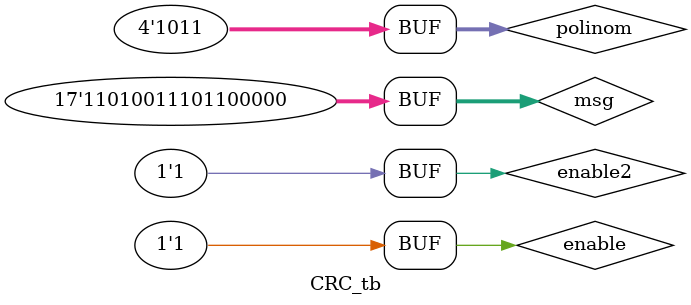
<source format=v>
`define MSG_LENGTH 17
`define POLINOMIAL_LENGTH 4

`timescale 1ns / 1ps
module CRC_tb;

reg enable;
reg enable2;
reg [`MSG_LENGTH-1:0] msg;
reg [`POLINOMIAL_LENGTH-1:0] polinom;
wire [`MSG_LENGTH-1:0] msg_output;

CRC_int CRC_int_1(enable, enable2, msg, polinom, msg_output);

initial
begin
    enable = 0; 
    enable2 = 0;
    msg = `MSG_LENGTH'b11010011101100000;   //message with user data and padding for control sum
    polinom = `POLINOMIAL_LENGTH'b1011;
    #110 enable = 1;
    #120 enable2 = 1;
end 

endmodule

</source>
